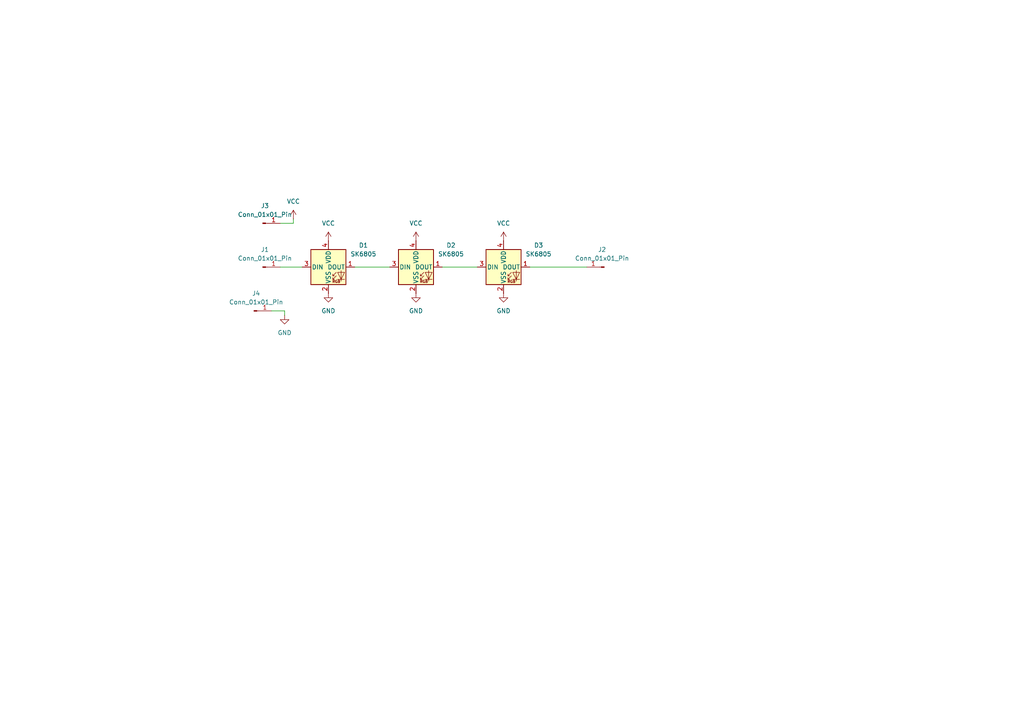
<source format=kicad_sch>
(kicad_sch (version 20231120) (generator "eeschema") (generator_version "8.0")
  (paper "A4")
  (lib_symbols
    (symbol "Connector:Conn_01x01_Pin" (pin_names (offset 1.016) hide)
      (property "Reference" "J" (at 0 2.54 0))
      (property "Value" "Conn_01x01_Pin" (at 0 -2.54 0))
      (symbol "Conn_01x01_Pin_1_1"
        (polyline (pts (xy 1.27 0) (xy 0.8636 0)) (stroke (width 0.1524)))
        (rectangle (start 0.8636 0.127) (end 0 -0.127) (stroke (width 0.1524)) (fill (type outline)))
        (pin passive line (at 5.08 0 180) (length 3.81) (name "Pin_1") (number "1"))
      )
    )
    (symbol "LED:SK6805" (pin_names (offset 0.254))
      (property "Reference" "D" (at 5.08 5.715 0))
      (property "Value" "SK6805" (at 1.27 -5.715 0))
      (symbol "SK6805_0_0"
        (text "RGB" (at 2.286 -4.191 0) (effects (font (size 0.762 0.762))))
      )
      (symbol "SK6805_0_1"
        (polyline (pts (xy 1.27 -3.556) (xy 1.778 -3.556)))
        (polyline (pts (xy 1.27 -2.54) (xy 1.778 -2.54)))
        (polyline (pts (xy 4.699 -3.556) (xy 2.667 -3.556)))
        (polyline (pts (xy 2.286 -2.54) (xy 1.27 -3.556) (xy 1.27 -3.048)))
        (polyline (pts (xy 2.286 -1.524) (xy 1.27 -2.54) (xy 1.27 -2.032)))
        (polyline (pts (xy 3.683 -1.016) (xy 3.683 -3.556) (xy 3.683 -4.064)))
        (polyline (pts (xy 4.699 -1.524) (xy 2.667 -1.524) (xy 3.683 -3.556) (xy 4.699 -1.524)))
        (rectangle (start 5.08 5.08) (end -5.08 -5.08) (stroke (width 0.254)) (fill (type background)))
      )
      (symbol "SK6805_1_1"
        (pin output line (at 7.62 0 180) (length 2.54) (name "DOUT") (number "1"))
        (pin power_in line (at 0 -7.62 90) (length 2.54) (name "VSS") (number "2"))
        (pin input line (at -7.62 0 0) (length 2.54) (name "DIN") (number "3"))
        (pin power_in line (at 0 7.62 270) (length 2.54) (name "VDD") (number "4"))
      )
    )
    (symbol "power:GND" (power) (pin_numbers hide) (pin_names (offset 0) hide)
      (property "Value" "GND" (at 0 -3.81 0))
      (symbol "GND_0_1"
        (polyline (pts (xy 0 0) (xy 0 -1.27) (xy 1.27 -1.27) (xy 0 -2.54) (xy -1.27 -1.27) (xy 0 -1.27)))
      )
      (symbol "GND_1_1"
        (pin power_in line (at 0 0 270) (length 0) (name "~") (number "1"))
      )
    )
    (symbol "power:VCC" (power) (pin_numbers hide) (pin_names (offset 0) hide)
      (property "Value" "VCC" (at 0 3.556 0))
      (symbol "VCC_0_1"
        (polyline (pts (xy -0.762 1.27) (xy 0 2.54)))
        (polyline (pts (xy 0 0) (xy 0 2.54)))
        (polyline (pts (xy 0 2.54) (xy 0.762 1.27)))
      )
      (symbol "VCC_1_1"
        (pin power_in line (at 0 0 90) (length 0) (name "~") (number "1"))
      )
    )
  )
  (wire (pts (xy 102.87 77.47) (xy 113.03 77.47)))
  (wire (pts (xy 82.55 90.17) (xy 78.74 90.17)))
  (wire (pts (xy 81.28 64.77) (xy 85.09 64.77)))
  (wire (pts (xy 85.09 64.77) (xy 85.09 63.5)))
  (wire (pts (xy 128.27 77.47) (xy 138.43 77.47)))
  (wire (pts (xy 153.67 77.47) (xy 170.18 77.47)))
  (wire (pts (xy 81.28 77.47) (xy 87.63 77.47)))
  (wire (pts (xy 82.55 91.44) (xy 82.55 90.17)))
  (symbol (lib_id "LED:SK6805") (at 146.05 77.47 0) (unit 1)
    (property "Reference" "D3" (at 156.21 71.1514 0))
    (property "Value" "SK6805" (at 156.21 73.6914 0))
    (property "Footprint" "LED_SMD:LED_SK6805_PLCC4_2.4x2.7mm_P1.3mm" (effects (hide yes)))
    (property "Datasheet" "https://cdn-shop.adafruit.com/product-files/3484/3484_Datasheet.pdf" (effects (hide yes)))
    (property "Description" "RGB LED with integrated controller" (effects (hide yes)))
  )
  (symbol (lib_id "power:VCC") (at 85.09 63.5 0) (unit 1)
    (property "Reference" "#PWR07" (effects (hide yes)))
    (property "Value" "VCC" (at 85.09 58.42 0))
    (property "Description" "Power symbol creates a global label with name \"VCC\"" (effects (hide yes)))
  )
  (symbol (lib_id "Connector:Conn_01x01_Pin") (at 175.26 77.47 180) (unit 1)
    (property "Reference" "J2" (at 174.625 72.39 0))
    (property "Value" "Conn_01x01_Pin" (at 174.625 74.93 0))
    (property "Description" "Generic connector, single row, 01x01, script generated" (effects (hide yes)))
  )
  (symbol (lib_id "power:VCC") (at 146.05 69.85 0) (unit 1)
    (property "Reference" "#PWR03" (effects (hide yes)))
    (property "Value" "VCC" (at 146.05 64.77 0))
    (property "Description" "Power symbol creates a global label with name \"VCC\"" (effects (hide yes)))
  )
  (symbol (lib_id "LED:SK6805") (at 120.65 77.47 0) (unit 1)
    (property "Reference" "D2" (at 130.81 71.1514 0))
    (property "Value" "SK6805" (at 130.81 73.6914 0))
    (property "Footprint" "LED_SMD:LED_SK6805_PLCC4_2.4x2.7mm_P1.3mm" (effects (hide yes)))
    (property "Datasheet" "https://cdn-shop.adafruit.com/product-files/3484/3484_Datasheet.pdf" (effects (hide yes)))
    (property "Description" "RGB LED with integrated controller" (effects (hide yes)))
  )
  (symbol (lib_id "Connector:Conn_01x01_Pin") (at 73.66 90.17 0) (unit 1)
    (property "Reference" "J4" (at 74.295 85.09 0))
    (property "Value" "Conn_01x01_Pin" (at 74.295 87.63 0))
    (property "Description" "Generic connector, single row, 01x01, script generated" (effects (hide yes)))
  )
  (symbol (lib_id "power:GND") (at 95.25 85.09 0) (unit 1)
    (property "Reference" "#PWR04" (effects (hide yes)))
    (property "Value" "GND" (at 95.25 90.17 0))
    (property "Description" "Power symbol creates a global label with name \"GND\" , ground" (effects (hide yes)))
  )
  (symbol (lib_id "Connector:Conn_01x01_Pin") (at 76.2 77.47 0) (unit 1)
    (property "Reference" "J1" (at 76.835 72.39 0))
    (property "Value" "Conn_01x01_Pin" (at 76.835 74.93 0))
    (property "Description" "Generic connector, single row, 01x01, script generated" (effects (hide yes)))
  )
  (symbol (lib_id "power:GND") (at 82.55 91.44 0) (unit 1)
    (property "Reference" "#PWR08" (effects (hide yes)))
    (property "Value" "GND" (at 82.55 96.52 0))
    (property "Description" "Power symbol creates a global label with name \"GND\" , ground" (effects (hide yes)))
  )
  (symbol (lib_id "power:GND") (at 120.65 85.09 0) (unit 1)
    (property "Reference" "#PWR05" (effects (hide yes)))
    (property "Value" "GND" (at 120.65 90.17 0))
    (property "Description" "Power symbol creates a global label with name \"GND\" , ground" (effects (hide yes)))
  )
  (symbol (lib_id "LED:SK6805") (at 95.25 77.47 0) (unit 1)
    (property "Reference" "D1" (at 105.41 71.1514 0))
    (property "Value" "SK6805" (at 105.41 73.6914 0))
    (property "Footprint" "LED_SMD:LED_SK6805_PLCC4_2.4x2.7mm_P1.3mm" (effects (hide yes)))
    (property "Datasheet" "https://cdn-shop.adafruit.com/product-files/3484/3484_Datasheet.pdf" (effects (hide yes)))
    (property "Description" "RGB LED with integrated controller" (effects (hide yes)))
  )
  (symbol (lib_id "Connector:Conn_01x01_Pin") (at 76.2 64.77 0) (unit 1)
    (property "Reference" "J3" (at 76.835 59.69 0))
    (property "Value" "Conn_01x01_Pin" (at 76.835 62.23 0))
    (property "Description" "Generic connector, single row, 01x01, script generated" (effects (hide yes)))
  )
  (symbol (lib_id "power:VCC") (at 95.25 69.85 0) (unit 1)
    (property "Reference" "#PWR01" (effects (hide yes)))
    (property "Value" "VCC" (at 95.25 64.77 0))
    (property "Description" "Power symbol creates a global label with name \"VCC\"" (effects (hide yes)))
  )
  (symbol (lib_id "power:GND") (at 146.05 85.09 0) (unit 1)
    (property "Reference" "#PWR06" (effects (hide yes)))
    (property "Value" "GND" (at 146.05 90.17 0))
    (property "Description" "Power symbol creates a global label with name \"GND\" , ground" (effects (hide yes)))
  )
  (symbol (lib_id "power:VCC") (at 120.65 69.85 0) (unit 1)
    (property "Reference" "#PWR02" (effects (hide yes)))
    (property "Value" "VCC" (at 120.65 64.77 0))
    (property "Description" "Power symbol creates a global label with name \"VCC\"" (effects (hide yes)))
  )
)
</source>
